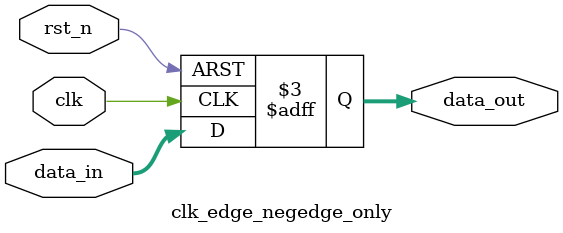
<source format=sv>

module clk_edge_negedge_only (
  input wire clk,
  input wire rst_n,
  input wire [7:0] data_in,
  output logic [7:0] data_out
);

  // Negedge clocking is valid (though less common than posedge)
  always_ff @(negedge clk or negedge rst_n) begin
    if (!rst_n)
      data_out <= 8'h00;
    else
      data_out <= data_in;
  end

endmodule


</source>
